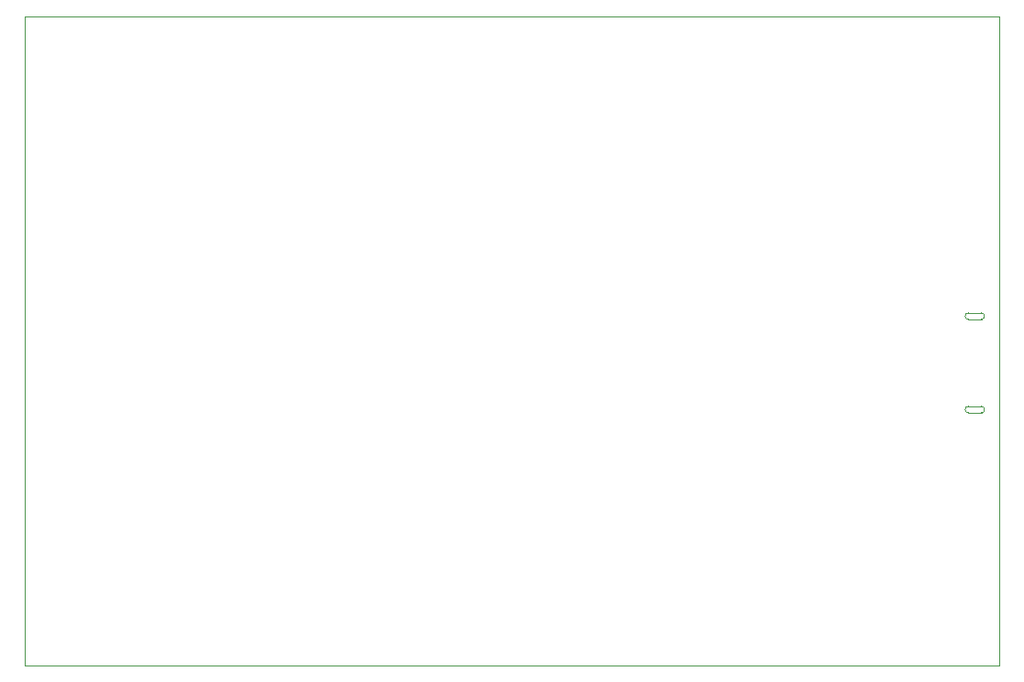
<source format=gbr>
%TF.GenerationSoftware,KiCad,Pcbnew,8.0.7*%
%TF.CreationDate,2025-04-23T11:54:06+05:30*%
%TF.ProjectId,schem,73636865-6d2e-46b6-9963-61645f706362,rev?*%
%TF.SameCoordinates,Original*%
%TF.FileFunction,Profile,NP*%
%FSLAX46Y46*%
G04 Gerber Fmt 4.6, Leading zero omitted, Abs format (unit mm)*
G04 Created by KiCad (PCBNEW 8.0.7) date 2025-04-23 11:54:06*
%MOMM*%
%LPD*%
G01*
G04 APERTURE LIST*
%TA.AperFunction,Profile*%
%ADD10C,0.050000*%
%TD*%
%TA.AperFunction,Profile*%
%ADD11C,0.010000*%
%TD*%
G04 APERTURE END LIST*
D10*
X90000000Y-78000000D02*
X180000000Y-78000000D01*
X180000000Y-138000000D01*
X90000000Y-138000000D01*
X90000000Y-78000000D01*
D11*
%TO.C,J5*%
X178662493Y-114319993D02*
G75*
G02*
X178362502Y-114619991I-299991J-7D01*
G01*
X178362497Y-114020004D02*
G75*
G02*
X178662498Y-114319993I5J-299996D01*
G01*
X177162498Y-114619997D02*
G75*
G02*
X176862504Y-114320006I2J299996D01*
G01*
X176862499Y-114320006D02*
G75*
G02*
X177162496Y-114020000I300001J5D01*
G01*
X178662497Y-105679994D02*
G75*
G02*
X178362500Y-105980000I-300001J-5D01*
G01*
X178362498Y-105380003D02*
G75*
G02*
X178662492Y-105679994I-2J-299996D01*
G01*
X177162499Y-105979996D02*
G75*
G02*
X176862498Y-105680007I-5J299996D01*
G01*
X176862503Y-105680007D02*
G75*
G02*
X177162494Y-105380009I299991J7D01*
G01*
X177162498Y-114619997D02*
X178362502Y-114620004D01*
X178362497Y-114020004D02*
X177162496Y-114019999D01*
X177162499Y-105979996D02*
X178362500Y-105980001D01*
X178362498Y-105380003D02*
X177162494Y-105379996D01*
%TD*%
M02*

</source>
